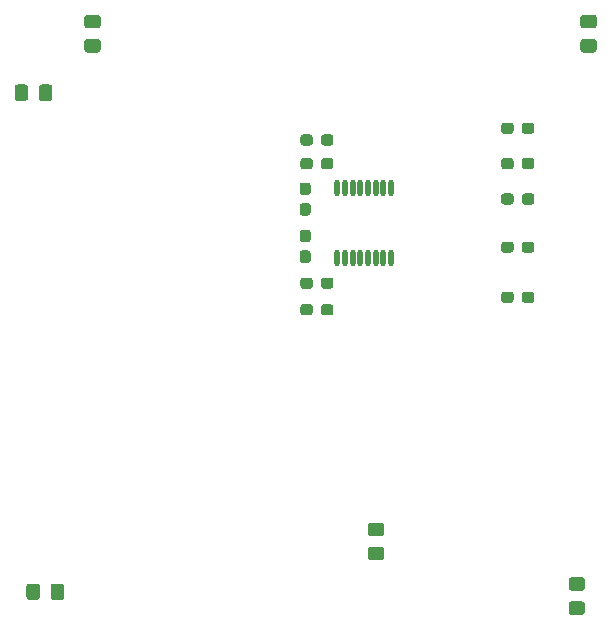
<source format=gtp>
G04 #@! TF.GenerationSoftware,KiCad,Pcbnew,5.1.6-c6e7f7d~87~ubuntu19.10.1*
G04 #@! TF.CreationDate,2023-03-13T14:52:07-06:00*
G04 #@! TF.ProjectId,twm,74776d2e-6b69-4636-9164-5f7063625858,rev?*
G04 #@! TF.SameCoordinates,Original*
G04 #@! TF.FileFunction,Paste,Top*
G04 #@! TF.FilePolarity,Positive*
%FSLAX46Y46*%
G04 Gerber Fmt 4.6, Leading zero omitted, Abs format (unit mm)*
G04 Created by KiCad (PCBNEW 5.1.6-c6e7f7d~87~ubuntu19.10.1) date 2023-03-13 14:52:07*
%MOMM*%
%LPD*%
G01*
G04 APERTURE LIST*
%ADD10O,0.449999X1.400000*%
G04 APERTURE END LIST*
G36*
G01*
X102550000Y-108799999D02*
X102550000Y-109700001D01*
G75*
G02*
X102300001Y-109950000I-249999J0D01*
G01*
X101649999Y-109950000D01*
G75*
G02*
X101400000Y-109700001I0J249999D01*
G01*
X101400000Y-108799999D01*
G75*
G02*
X101649999Y-108550000I249999J0D01*
G01*
X102300001Y-108550000D01*
G75*
G02*
X102550000Y-108799999I0J-249999D01*
G01*
G37*
G36*
G01*
X104600000Y-108799999D02*
X104600000Y-109700001D01*
G75*
G02*
X104350001Y-109950000I-249999J0D01*
G01*
X103699999Y-109950000D01*
G75*
G02*
X103450000Y-109700001I0J249999D01*
G01*
X103450000Y-108799999D01*
G75*
G02*
X103699999Y-108550000I249999J0D01*
G01*
X104350001Y-108550000D01*
G75*
G02*
X104600000Y-108799999I0J-249999D01*
G01*
G37*
G36*
G01*
X106549999Y-62450000D02*
X107450001Y-62450000D01*
G75*
G02*
X107700000Y-62699999I0J-249999D01*
G01*
X107700000Y-63350001D01*
G75*
G02*
X107450001Y-63600000I-249999J0D01*
G01*
X106549999Y-63600000D01*
G75*
G02*
X106300000Y-63350001I0J249999D01*
G01*
X106300000Y-62699999D01*
G75*
G02*
X106549999Y-62450000I249999J0D01*
G01*
G37*
G36*
G01*
X106549999Y-60400000D02*
X107450001Y-60400000D01*
G75*
G02*
X107700000Y-60649999I0J-249999D01*
G01*
X107700000Y-61300001D01*
G75*
G02*
X107450001Y-61550000I-249999J0D01*
G01*
X106549999Y-61550000D01*
G75*
G02*
X106300000Y-61300001I0J249999D01*
G01*
X106300000Y-60649999D01*
G75*
G02*
X106549999Y-60400000I249999J0D01*
G01*
G37*
G36*
G01*
X148549999Y-62450000D02*
X149450001Y-62450000D01*
G75*
G02*
X149700000Y-62699999I0J-249999D01*
G01*
X149700000Y-63350001D01*
G75*
G02*
X149450001Y-63600000I-249999J0D01*
G01*
X148549999Y-63600000D01*
G75*
G02*
X148300000Y-63350001I0J249999D01*
G01*
X148300000Y-62699999D01*
G75*
G02*
X148549999Y-62450000I249999J0D01*
G01*
G37*
G36*
G01*
X148549999Y-60400000D02*
X149450001Y-60400000D01*
G75*
G02*
X149700000Y-60649999I0J-249999D01*
G01*
X149700000Y-61300001D01*
G75*
G02*
X149450001Y-61550000I-249999J0D01*
G01*
X148549999Y-61550000D01*
G75*
G02*
X148300000Y-61300001I0J249999D01*
G01*
X148300000Y-60649999D01*
G75*
G02*
X148549999Y-60400000I249999J0D01*
G01*
G37*
G36*
G01*
X148450001Y-109165000D02*
X147549999Y-109165000D01*
G75*
G02*
X147300000Y-108915001I0J249999D01*
G01*
X147300000Y-108264999D01*
G75*
G02*
X147549999Y-108015000I249999J0D01*
G01*
X148450001Y-108015000D01*
G75*
G02*
X148700000Y-108264999I0J-249999D01*
G01*
X148700000Y-108915001D01*
G75*
G02*
X148450001Y-109165000I-249999J0D01*
G01*
G37*
G36*
G01*
X148450001Y-111215000D02*
X147549999Y-111215000D01*
G75*
G02*
X147300000Y-110965001I0J249999D01*
G01*
X147300000Y-110314999D01*
G75*
G02*
X147549999Y-110065000I249999J0D01*
G01*
X148450001Y-110065000D01*
G75*
G02*
X148700000Y-110314999I0J-249999D01*
G01*
X148700000Y-110965001D01*
G75*
G02*
X148450001Y-111215000I-249999J0D01*
G01*
G37*
G36*
G01*
X102450000Y-67450001D02*
X102450000Y-66549999D01*
G75*
G02*
X102699999Y-66300000I249999J0D01*
G01*
X103350001Y-66300000D01*
G75*
G02*
X103600000Y-66549999I0J-249999D01*
G01*
X103600000Y-67450001D01*
G75*
G02*
X103350001Y-67700000I-249999J0D01*
G01*
X102699999Y-67700000D01*
G75*
G02*
X102450000Y-67450001I0J249999D01*
G01*
G37*
G36*
G01*
X100400000Y-67450001D02*
X100400000Y-66549999D01*
G75*
G02*
X100649999Y-66300000I249999J0D01*
G01*
X101300001Y-66300000D01*
G75*
G02*
X101550000Y-66549999I0J-249999D01*
G01*
X101550000Y-67450001D01*
G75*
G02*
X101300001Y-67700000I-249999J0D01*
G01*
X100649999Y-67700000D01*
G75*
G02*
X100400000Y-67450001I0J249999D01*
G01*
G37*
G36*
G01*
X131450001Y-104550000D02*
X130549999Y-104550000D01*
G75*
G02*
X130300000Y-104300001I0J249999D01*
G01*
X130300000Y-103649999D01*
G75*
G02*
X130549999Y-103400000I249999J0D01*
G01*
X131450001Y-103400000D01*
G75*
G02*
X131700000Y-103649999I0J-249999D01*
G01*
X131700000Y-104300001D01*
G75*
G02*
X131450001Y-104550000I-249999J0D01*
G01*
G37*
G36*
G01*
X131450001Y-106600000D02*
X130549999Y-106600000D01*
G75*
G02*
X130300000Y-106350001I0J249999D01*
G01*
X130300000Y-105699999D01*
G75*
G02*
X130549999Y-105450000I249999J0D01*
G01*
X131450001Y-105450000D01*
G75*
G02*
X131700000Y-105699999I0J-249999D01*
G01*
X131700000Y-106350001D01*
G75*
G02*
X131450001Y-106600000I-249999J0D01*
G01*
G37*
D10*
X127725001Y-75049998D03*
X128375002Y-75049998D03*
X129025001Y-75049998D03*
X129675002Y-75049998D03*
X130325001Y-75049998D03*
X130975002Y-75049998D03*
X131625001Y-75049998D03*
X132275002Y-75049998D03*
X132275002Y-80949999D03*
X131625001Y-80949999D03*
X130975002Y-80949999D03*
X130325001Y-80949999D03*
X129675002Y-80949999D03*
X129025001Y-80949999D03*
X128375002Y-80949999D03*
X127725001Y-80949999D03*
G36*
G01*
X125650000Y-85137500D02*
X125650000Y-85612500D01*
G75*
G02*
X125412500Y-85850000I-237500J0D01*
G01*
X124837500Y-85850000D01*
G75*
G02*
X124600000Y-85612500I0J237500D01*
G01*
X124600000Y-85137500D01*
G75*
G02*
X124837500Y-84900000I237500J0D01*
G01*
X125412500Y-84900000D01*
G75*
G02*
X125650000Y-85137500I0J-237500D01*
G01*
G37*
G36*
G01*
X127400000Y-85137500D02*
X127400000Y-85612500D01*
G75*
G02*
X127162500Y-85850000I-237500J0D01*
G01*
X126587500Y-85850000D01*
G75*
G02*
X126350000Y-85612500I0J237500D01*
G01*
X126350000Y-85137500D01*
G75*
G02*
X126587500Y-84900000I237500J0D01*
G01*
X127162500Y-84900000D01*
G75*
G02*
X127400000Y-85137500I0J-237500D01*
G01*
G37*
G36*
G01*
X143350000Y-84557500D02*
X143350000Y-84082500D01*
G75*
G02*
X143587500Y-83845000I237500J0D01*
G01*
X144162500Y-83845000D01*
G75*
G02*
X144400000Y-84082500I0J-237500D01*
G01*
X144400000Y-84557500D01*
G75*
G02*
X144162500Y-84795000I-237500J0D01*
G01*
X143587500Y-84795000D01*
G75*
G02*
X143350000Y-84557500I0J237500D01*
G01*
G37*
G36*
G01*
X141600000Y-84557500D02*
X141600000Y-84082500D01*
G75*
G02*
X141837500Y-83845000I237500J0D01*
G01*
X142412500Y-83845000D01*
G75*
G02*
X142650000Y-84082500I0J-237500D01*
G01*
X142650000Y-84557500D01*
G75*
G02*
X142412500Y-84795000I-237500J0D01*
G01*
X141837500Y-84795000D01*
G75*
G02*
X141600000Y-84557500I0J237500D01*
G01*
G37*
G36*
G01*
X143350000Y-80307500D02*
X143350000Y-79832500D01*
G75*
G02*
X143587500Y-79595000I237500J0D01*
G01*
X144162500Y-79595000D01*
G75*
G02*
X144400000Y-79832500I0J-237500D01*
G01*
X144400000Y-80307500D01*
G75*
G02*
X144162500Y-80545000I-237500J0D01*
G01*
X143587500Y-80545000D01*
G75*
G02*
X143350000Y-80307500I0J237500D01*
G01*
G37*
G36*
G01*
X141600000Y-80307500D02*
X141600000Y-79832500D01*
G75*
G02*
X141837500Y-79595000I237500J0D01*
G01*
X142412500Y-79595000D01*
G75*
G02*
X142650000Y-79832500I0J-237500D01*
G01*
X142650000Y-80307500D01*
G75*
G02*
X142412500Y-80545000I-237500J0D01*
G01*
X141837500Y-80545000D01*
G75*
G02*
X141600000Y-80307500I0J237500D01*
G01*
G37*
G36*
G01*
X143350000Y-76237500D02*
X143350000Y-75762500D01*
G75*
G02*
X143587500Y-75525000I237500J0D01*
G01*
X144162500Y-75525000D01*
G75*
G02*
X144400000Y-75762500I0J-237500D01*
G01*
X144400000Y-76237500D01*
G75*
G02*
X144162500Y-76475000I-237500J0D01*
G01*
X143587500Y-76475000D01*
G75*
G02*
X143350000Y-76237500I0J237500D01*
G01*
G37*
G36*
G01*
X141600000Y-76237500D02*
X141600000Y-75762500D01*
G75*
G02*
X141837500Y-75525000I237500J0D01*
G01*
X142412500Y-75525000D01*
G75*
G02*
X142650000Y-75762500I0J-237500D01*
G01*
X142650000Y-76237500D01*
G75*
G02*
X142412500Y-76475000I-237500J0D01*
G01*
X141837500Y-76475000D01*
G75*
G02*
X141600000Y-76237500I0J237500D01*
G01*
G37*
G36*
G01*
X143350000Y-73237500D02*
X143350000Y-72762500D01*
G75*
G02*
X143587500Y-72525000I237500J0D01*
G01*
X144162500Y-72525000D01*
G75*
G02*
X144400000Y-72762500I0J-237500D01*
G01*
X144400000Y-73237500D01*
G75*
G02*
X144162500Y-73475000I-237500J0D01*
G01*
X143587500Y-73475000D01*
G75*
G02*
X143350000Y-73237500I0J237500D01*
G01*
G37*
G36*
G01*
X141600000Y-73237500D02*
X141600000Y-72762500D01*
G75*
G02*
X141837500Y-72525000I237500J0D01*
G01*
X142412500Y-72525000D01*
G75*
G02*
X142650000Y-72762500I0J-237500D01*
G01*
X142650000Y-73237500D01*
G75*
G02*
X142412500Y-73475000I-237500J0D01*
G01*
X141837500Y-73475000D01*
G75*
G02*
X141600000Y-73237500I0J237500D01*
G01*
G37*
G36*
G01*
X143350000Y-70237500D02*
X143350000Y-69762500D01*
G75*
G02*
X143587500Y-69525000I237500J0D01*
G01*
X144162500Y-69525000D01*
G75*
G02*
X144400000Y-69762500I0J-237500D01*
G01*
X144400000Y-70237500D01*
G75*
G02*
X144162500Y-70475000I-237500J0D01*
G01*
X143587500Y-70475000D01*
G75*
G02*
X143350000Y-70237500I0J237500D01*
G01*
G37*
G36*
G01*
X141600000Y-70237500D02*
X141600000Y-69762500D01*
G75*
G02*
X141837500Y-69525000I237500J0D01*
G01*
X142412500Y-69525000D01*
G75*
G02*
X142650000Y-69762500I0J-237500D01*
G01*
X142650000Y-70237500D01*
G75*
G02*
X142412500Y-70475000I-237500J0D01*
G01*
X141837500Y-70475000D01*
G75*
G02*
X141600000Y-70237500I0J237500D01*
G01*
G37*
G36*
G01*
X125650000Y-72762500D02*
X125650000Y-73237500D01*
G75*
G02*
X125412500Y-73475000I-237500J0D01*
G01*
X124837500Y-73475000D01*
G75*
G02*
X124600000Y-73237500I0J237500D01*
G01*
X124600000Y-72762500D01*
G75*
G02*
X124837500Y-72525000I237500J0D01*
G01*
X125412500Y-72525000D01*
G75*
G02*
X125650000Y-72762500I0J-237500D01*
G01*
G37*
G36*
G01*
X127400000Y-72762500D02*
X127400000Y-73237500D01*
G75*
G02*
X127162500Y-73475000I-237500J0D01*
G01*
X126587500Y-73475000D01*
G75*
G02*
X126350000Y-73237500I0J237500D01*
G01*
X126350000Y-72762500D01*
G75*
G02*
X126587500Y-72525000I237500J0D01*
G01*
X127162500Y-72525000D01*
G75*
G02*
X127400000Y-72762500I0J-237500D01*
G01*
G37*
G36*
G01*
X125650000Y-70762500D02*
X125650000Y-71237500D01*
G75*
G02*
X125412500Y-71475000I-237500J0D01*
G01*
X124837500Y-71475000D01*
G75*
G02*
X124600000Y-71237500I0J237500D01*
G01*
X124600000Y-70762500D01*
G75*
G02*
X124837500Y-70525000I237500J0D01*
G01*
X125412500Y-70525000D01*
G75*
G02*
X125650000Y-70762500I0J-237500D01*
G01*
G37*
G36*
G01*
X127400000Y-70762500D02*
X127400000Y-71237500D01*
G75*
G02*
X127162500Y-71475000I-237500J0D01*
G01*
X126587500Y-71475000D01*
G75*
G02*
X126350000Y-71237500I0J237500D01*
G01*
X126350000Y-70762500D01*
G75*
G02*
X126587500Y-70525000I237500J0D01*
G01*
X127162500Y-70525000D01*
G75*
G02*
X127400000Y-70762500I0J-237500D01*
G01*
G37*
G36*
G01*
X125650000Y-82887500D02*
X125650000Y-83362500D01*
G75*
G02*
X125412500Y-83600000I-237500J0D01*
G01*
X124837500Y-83600000D01*
G75*
G02*
X124600000Y-83362500I0J237500D01*
G01*
X124600000Y-82887500D01*
G75*
G02*
X124837500Y-82650000I237500J0D01*
G01*
X125412500Y-82650000D01*
G75*
G02*
X125650000Y-82887500I0J-237500D01*
G01*
G37*
G36*
G01*
X127400000Y-82887500D02*
X127400000Y-83362500D01*
G75*
G02*
X127162500Y-83600000I-237500J0D01*
G01*
X126587500Y-83600000D01*
G75*
G02*
X126350000Y-83362500I0J237500D01*
G01*
X126350000Y-82887500D01*
G75*
G02*
X126587500Y-82650000I237500J0D01*
G01*
X127162500Y-82650000D01*
G75*
G02*
X127400000Y-82887500I0J-237500D01*
G01*
G37*
G36*
G01*
X124762500Y-76350000D02*
X125237500Y-76350000D01*
G75*
G02*
X125475000Y-76587500I0J-237500D01*
G01*
X125475000Y-77162500D01*
G75*
G02*
X125237500Y-77400000I-237500J0D01*
G01*
X124762500Y-77400000D01*
G75*
G02*
X124525000Y-77162500I0J237500D01*
G01*
X124525000Y-76587500D01*
G75*
G02*
X124762500Y-76350000I237500J0D01*
G01*
G37*
G36*
G01*
X124762500Y-74600000D02*
X125237500Y-74600000D01*
G75*
G02*
X125475000Y-74837500I0J-237500D01*
G01*
X125475000Y-75412500D01*
G75*
G02*
X125237500Y-75650000I-237500J0D01*
G01*
X124762500Y-75650000D01*
G75*
G02*
X124525000Y-75412500I0J237500D01*
G01*
X124525000Y-74837500D01*
G75*
G02*
X124762500Y-74600000I237500J0D01*
G01*
G37*
G36*
G01*
X125237500Y-79650000D02*
X124762500Y-79650000D01*
G75*
G02*
X124525000Y-79412500I0J237500D01*
G01*
X124525000Y-78837500D01*
G75*
G02*
X124762500Y-78600000I237500J0D01*
G01*
X125237500Y-78600000D01*
G75*
G02*
X125475000Y-78837500I0J-237500D01*
G01*
X125475000Y-79412500D01*
G75*
G02*
X125237500Y-79650000I-237500J0D01*
G01*
G37*
G36*
G01*
X125237500Y-81400000D02*
X124762500Y-81400000D01*
G75*
G02*
X124525000Y-81162500I0J237500D01*
G01*
X124525000Y-80587500D01*
G75*
G02*
X124762500Y-80350000I237500J0D01*
G01*
X125237500Y-80350000D01*
G75*
G02*
X125475000Y-80587500I0J-237500D01*
G01*
X125475000Y-81162500D01*
G75*
G02*
X125237500Y-81400000I-237500J0D01*
G01*
G37*
M02*

</source>
